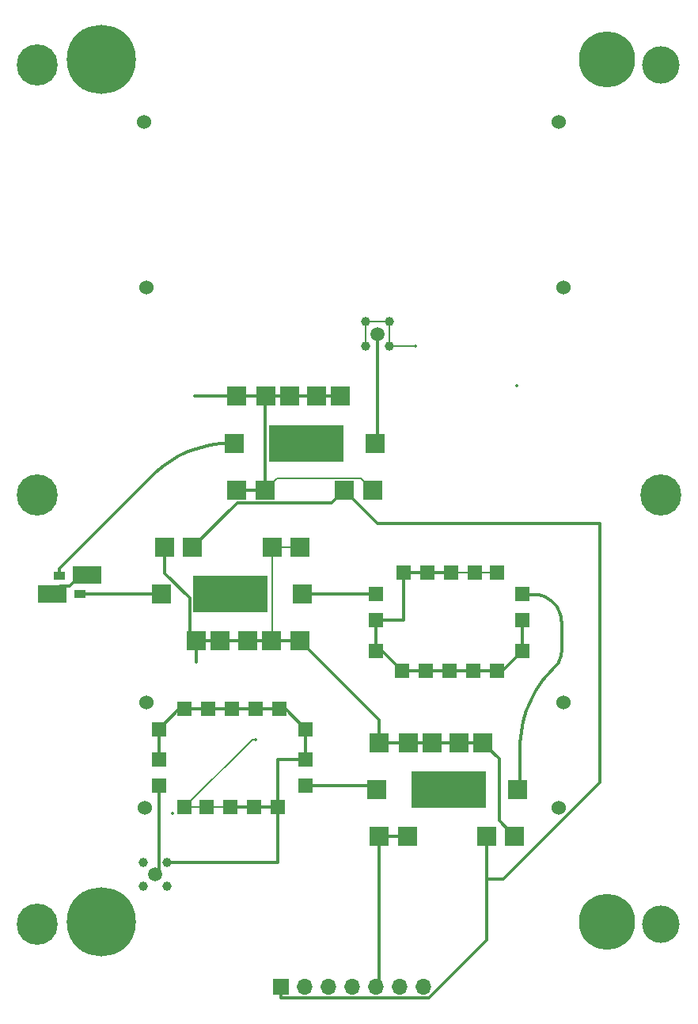
<source format=gbl>
%TF.GenerationSoftware,KiCad,Pcbnew,(6.0.4-0)*%
%TF.CreationDate,2022-04-21T11:02:12-05:00*%
%TF.ProjectId,payload_board,7061796c-6f61-4645-9f62-6f6172642e6b,3*%
%TF.SameCoordinates,Original*%
%TF.FileFunction,Copper,L4,Bot*%
%TF.FilePolarity,Positive*%
%FSLAX46Y46*%
G04 Gerber Fmt 4.6, Leading zero omitted, Abs format (unit mm)*
G04 Created by KiCad (PCBNEW (6.0.4-0)) date 2022-04-21 11:02:12*
%MOMM*%
%LPD*%
G01*
G04 APERTURE LIST*
%TA.AperFunction,ComponentPad*%
%ADD10C,1.524000*%
%TD*%
%TA.AperFunction,ComponentPad*%
%ADD11C,4.400000*%
%TD*%
%TA.AperFunction,ComponentPad*%
%ADD12C,4.000000*%
%TD*%
%TA.AperFunction,ComponentPad*%
%ADD13C,7.400000*%
%TD*%
%TA.AperFunction,ComponentPad*%
%ADD14C,6.000000*%
%TD*%
%TA.AperFunction,ComponentPad*%
%ADD15R,1.700000X1.700000*%
%TD*%
%TA.AperFunction,ComponentPad*%
%ADD16O,1.700000X1.700000*%
%TD*%
%TA.AperFunction,SMDPad,CuDef*%
%ADD17R,1.524000X1.524000*%
%TD*%
%TA.AperFunction,SMDPad,CuDef*%
%ADD18R,2.000000X2.000000*%
%TD*%
%TA.AperFunction,SMDPad,CuDef*%
%ADD19R,8.000000X4.000000*%
%TD*%
%TA.AperFunction,ComponentPad*%
%ADD20C,0.808000*%
%TD*%
%TA.AperFunction,SMDPad,CuDef*%
%ADD21R,1.295400X0.889000*%
%TD*%
%TA.AperFunction,SMDPad,CuDef*%
%ADD22R,3.048000X1.879600*%
%TD*%
%TA.AperFunction,SMDPad,CuDef*%
%ADD23R,1.295400X1.193800*%
%TD*%
%TA.AperFunction,ComponentPad*%
%ADD24C,1.500000*%
%TD*%
%TA.AperFunction,ComponentPad*%
%ADD25C,1.000000*%
%TD*%
%TA.AperFunction,ViaPad*%
%ADD26C,0.355600*%
%TD*%
%TA.AperFunction,Conductor*%
%ADD27C,0.355526*%
%TD*%
%TA.AperFunction,Conductor*%
%ADD28C,0.177800*%
%TD*%
G04 APERTURE END LIST*
D10*
X110465000Y-122769200D03*
X110465000Y-78420800D03*
X65815000Y-122769200D03*
X65815000Y-78420800D03*
X65570800Y-60655000D03*
X109919200Y-60655000D03*
D11*
X54130000Y-54630000D03*
D12*
X120870000Y-54630000D03*
D11*
X54130000Y-100560000D03*
D12*
X120870000Y-146480000D03*
D13*
X60970000Y-53960000D03*
D14*
X115120000Y-53960000D03*
X115120000Y-146160000D03*
D15*
X80210000Y-153130000D03*
D16*
X82750000Y-153130000D03*
X85290000Y-153130000D03*
X87830000Y-153130000D03*
X90370000Y-153130000D03*
X92910000Y-153130000D03*
X95450000Y-153130000D03*
D10*
X65605800Y-134020000D03*
X109954200Y-134020000D03*
D13*
X60970000Y-146160000D03*
D11*
X120870000Y-100560000D03*
X54130000Y-146480000D03*
D17*
X67140000Y-131670000D03*
X67140000Y-128880000D03*
X67140000Y-125600000D03*
X69870000Y-123450000D03*
X72410000Y-123450000D03*
X74950000Y-123450000D03*
X77490000Y-123450000D03*
X80030000Y-123450000D03*
X82860000Y-125600000D03*
X82860000Y-128880000D03*
X82860000Y-131670000D03*
X79840000Y-133960000D03*
X77300000Y-133960000D03*
X74760000Y-133960000D03*
X72220000Y-133960000D03*
X69870000Y-133960000D03*
D18*
X93820000Y-127040000D03*
X96370000Y-127040000D03*
X99270000Y-127040000D03*
X101820000Y-127040000D03*
X105530000Y-132070000D03*
X105220000Y-137040000D03*
X102220000Y-137040000D03*
X93720000Y-137040000D03*
X90720000Y-137040000D03*
X90470000Y-132060000D03*
X90720000Y-127040000D03*
D19*
X98170000Y-132060000D03*
D17*
X106060000Y-111150000D03*
X106060000Y-113940000D03*
X106060000Y-117220000D03*
X103330000Y-119370000D03*
X100790000Y-119370000D03*
X98250000Y-119370000D03*
X95710000Y-119370000D03*
X93170000Y-119370000D03*
X90340000Y-117220000D03*
X90340000Y-113940000D03*
X90340000Y-111150000D03*
X93360000Y-108860000D03*
X95900000Y-108860000D03*
X98440000Y-108860000D03*
X100980000Y-108860000D03*
X103330000Y-108860000D03*
D18*
X79160000Y-116140000D03*
X76610000Y-116140000D03*
X73710000Y-116140000D03*
X71160000Y-116140000D03*
X67450000Y-111110000D03*
X67760000Y-106140000D03*
X70760000Y-106140000D03*
X79260000Y-106140000D03*
X82260000Y-106140000D03*
X82510000Y-111120000D03*
X82260000Y-116140000D03*
D19*
X74810000Y-111120000D03*
D20*
X60528300Y-108617900D03*
D21*
X58712200Y-109227500D03*
D20*
X60528300Y-109532300D03*
D22*
X59436100Y-109075100D03*
D21*
X56502400Y-109227500D03*
D20*
X54686300Y-110700700D03*
D22*
X55778500Y-111157900D03*
D20*
X54686300Y-111615100D03*
D23*
X56502400Y-110929300D03*
D21*
X58712200Y-111132500D03*
D18*
X78590000Y-90020000D03*
X81140000Y-90020000D03*
X84040000Y-90020000D03*
X86590000Y-90020000D03*
X90300000Y-95050000D03*
X89990000Y-100020000D03*
X86990000Y-100020000D03*
X78490000Y-100020000D03*
X75490000Y-100020000D03*
X75240000Y-95040000D03*
X75490000Y-90020000D03*
D19*
X82940000Y-95040000D03*
D24*
X66730000Y-141150000D03*
D25*
X65450000Y-142430000D03*
X65450000Y-139870000D03*
X68010000Y-142430000D03*
X68010000Y-139870000D03*
D24*
X90560000Y-83340000D03*
D25*
X91840000Y-84620000D03*
X89280000Y-82060000D03*
X91840000Y-82060000D03*
X89280000Y-84620000D03*
D26*
X68580000Y-134620000D03*
X71020000Y-90020000D03*
X105410000Y-88900000D03*
X71160000Y-118440000D03*
X77490000Y-126700000D03*
X94620000Y-84620000D03*
X93360000Y-113910000D03*
D27*
X80030000Y-123450000D02*
X80710000Y-123450000D01*
X80710000Y-123450000D02*
X82860000Y-125600000D01*
X95710000Y-119370000D02*
X93170000Y-119370000D01*
X98250000Y-119370000D02*
X95710000Y-119370000D01*
D28*
X100980000Y-108860000D02*
X98440000Y-108860000D01*
X103330000Y-108860000D02*
X100980000Y-108860000D01*
X72220000Y-133960000D02*
X74760000Y-133960000D01*
X69870000Y-133960000D02*
X72220000Y-133960000D01*
D27*
X77490000Y-123450000D02*
X80030000Y-123450000D01*
X74950000Y-123450000D02*
X77490000Y-123450000D01*
X108896710Y-111715591D02*
X108644190Y-111564236D01*
X109724408Y-112543289D02*
X109549031Y-112306820D01*
X108378050Y-111438361D02*
X108100854Y-111339178D01*
X109823130Y-118571264D02*
X109886525Y-118471153D01*
X110230000Y-117230000D02*
X110230000Y-114210000D01*
X110157648Y-117816605D02*
X110183610Y-117700989D01*
X106938951Y-122518953D02*
X107205335Y-121989738D01*
X109133179Y-111890968D02*
X108896710Y-111715591D01*
X109944931Y-118368051D02*
X109998208Y-118262208D01*
X109351320Y-112088679D02*
X109133179Y-111890968D01*
X106299775Y-124175954D02*
X106485625Y-123613379D01*
X107815270Y-111267644D02*
X107524051Y-111224445D01*
X108520005Y-120022195D02*
X108906995Y-119573566D01*
X107814341Y-120973674D02*
X108155494Y-120489273D01*
X106011941Y-125325051D02*
X106141754Y-124746969D01*
X110218373Y-117466634D02*
X110227091Y-117348459D01*
X107205335Y-121989738D02*
X107497366Y-121474230D01*
X110215554Y-113915948D02*
X110172355Y-113624729D01*
X109886525Y-118471153D02*
X109944931Y-118368051D01*
X110227091Y-117348459D02*
X110230000Y-117230000D01*
X106698854Y-123060602D02*
X106938951Y-122518953D01*
X107497366Y-121474230D02*
X107814341Y-120973674D01*
X109875763Y-112795809D02*
X109724408Y-112543289D01*
X105780000Y-127680000D02*
X105794539Y-127087700D01*
X110183610Y-117700989D02*
X110203868Y-117584238D01*
X105794539Y-127087700D02*
X105838125Y-126496828D01*
X110172355Y-113624729D02*
X110100821Y-113339145D01*
X105838125Y-126496828D02*
X105910650Y-125908806D01*
X109522892Y-118937106D02*
X109604599Y-118851285D01*
X106485625Y-123613379D02*
X106698854Y-123060602D01*
X109998208Y-118262208D02*
X110046227Y-118153879D01*
X110230000Y-114210000D02*
X110215554Y-113915948D01*
X108155494Y-120489273D02*
X108520005Y-120022195D01*
X110001638Y-113061949D02*
X109875763Y-112795809D01*
X109522892Y-118937106D02*
X109315533Y-119144466D01*
X106141754Y-124746969D02*
X106299775Y-124175954D01*
X109549031Y-112306820D02*
X109351320Y-112088679D01*
X110046227Y-118153879D02*
X110088873Y-118043323D01*
X110088873Y-118043323D02*
X110126043Y-117930808D01*
X108100854Y-111339178D02*
X107815270Y-111267644D01*
X110100821Y-113339145D02*
X110001638Y-113061949D01*
X106120000Y-111210000D02*
X106060000Y-111150000D01*
X107524051Y-111224445D02*
X107230000Y-111210000D01*
X105910650Y-125908806D02*
X106011941Y-125325051D01*
X110203868Y-117584238D02*
X110218373Y-117466634D01*
X110126043Y-117930808D02*
X110157648Y-117816605D01*
X105780000Y-127680000D02*
X105780000Y-132050000D01*
X109681997Y-118761559D02*
X109754899Y-118668144D01*
X108906995Y-119573566D02*
X109315533Y-119144466D01*
X109754899Y-118668144D02*
X109823130Y-118571264D01*
X108644190Y-111564236D02*
X108378050Y-111438361D01*
X107230000Y-111210000D02*
X106120000Y-111210000D01*
X109604599Y-118851285D02*
X109681997Y-118761559D01*
X90340000Y-111150000D02*
X82270000Y-111150000D01*
X58714700Y-111130000D02*
X58712200Y-111132500D01*
X67200000Y-111130000D02*
X58714700Y-111130000D01*
X73138680Y-95150650D02*
X72554925Y-95251941D01*
X72554925Y-95251941D02*
X71976843Y-95381754D01*
X67719147Y-97395494D02*
X67252069Y-97760005D01*
X74909874Y-95020000D02*
X75490000Y-95020000D01*
X74909874Y-95020000D02*
X74317574Y-95034539D01*
X71976843Y-95381754D02*
X71405828Y-95539775D01*
X68203548Y-97054341D02*
X67719147Y-97395494D01*
X74317574Y-95034539D02*
X73726702Y-95078125D01*
X56502400Y-109227500D02*
X56502400Y-108427474D01*
X70843253Y-95725625D02*
X70290476Y-95938854D01*
X68704104Y-96737366D02*
X68203548Y-97054341D01*
X69748827Y-96178951D02*
X69219612Y-96445335D01*
X69219612Y-96445335D02*
X68704104Y-96737366D01*
X71405828Y-95539775D02*
X70843253Y-95725625D01*
X73726702Y-95078125D02*
X73138680Y-95150650D01*
X66374340Y-98555533D02*
X56502400Y-108427474D01*
X67252069Y-97760005D02*
X66803440Y-98146995D01*
X66803440Y-98146995D02*
X66374340Y-98555533D01*
X70290476Y-95938854D02*
X69748827Y-96178951D01*
X70454436Y-111604436D02*
X70454436Y-115434436D01*
X79160000Y-116140000D02*
X76610000Y-116140000D01*
X99270000Y-127040000D02*
X96370000Y-127040000D01*
X101820000Y-127040000D02*
X99270000Y-127040000D01*
X78490000Y-90120000D02*
X78590000Y-90020000D01*
X67760000Y-106140000D02*
X67760000Y-108910000D01*
X86590000Y-90020000D02*
X84040000Y-90020000D01*
X79160000Y-116140000D02*
X82260000Y-116140000D01*
X75490000Y-100020000D02*
X78490000Y-100020000D01*
X78490000Y-100020000D02*
X78490000Y-90120000D01*
X93820000Y-127040000D02*
X90720000Y-127040000D01*
X67760000Y-108910000D02*
X70454436Y-111604436D01*
X103550000Y-135370000D02*
X103550000Y-128770000D01*
D28*
X79260000Y-106140000D02*
X79260000Y-116040000D01*
D27*
X101820000Y-127040000D02*
X103550000Y-128770000D01*
X93720000Y-137040000D02*
X90720000Y-137040000D01*
X90720000Y-124600000D02*
X82260000Y-116140000D01*
X78590000Y-90020000D02*
X75490000Y-90020000D01*
D28*
X79756701Y-98753299D02*
X78490000Y-100020000D01*
D27*
X76610000Y-116140000D02*
X73710000Y-116140000D01*
X81140000Y-90020000D02*
X78590000Y-90020000D01*
X90720000Y-152780000D02*
X90370000Y-153130000D01*
D28*
X79260000Y-116040000D02*
X79160000Y-116140000D01*
X82260000Y-106140000D02*
X79260000Y-106140000D01*
X88723299Y-98753299D02*
X79756701Y-98753299D01*
D27*
X105220000Y-137040000D02*
X103550000Y-135370000D01*
X73710000Y-116140000D02*
X71160000Y-116140000D01*
X84040000Y-90020000D02*
X81140000Y-90020000D01*
X90720000Y-127040000D02*
X90720000Y-124600000D01*
X71160000Y-116140000D02*
X71160000Y-118440000D01*
X96370000Y-127040000D02*
X93820000Y-127040000D01*
X90720000Y-137040000D02*
X90720000Y-152780000D01*
X70454436Y-115434436D02*
X71160000Y-116140000D01*
D28*
X89990000Y-100020000D02*
X88723299Y-98753299D01*
D27*
X75490000Y-90020000D02*
X71020000Y-90020000D01*
X75524436Y-101375564D02*
X70760000Y-106140000D01*
X80210038Y-154335564D02*
X96028672Y-154335564D01*
X114360000Y-103570000D02*
X90540000Y-103570000D01*
X86990000Y-100020000D02*
X85634436Y-101375564D01*
X96028672Y-154335564D02*
X102220000Y-148144236D01*
X80210000Y-154335526D02*
X80210038Y-154335564D01*
X102220000Y-141630000D02*
X102220000Y-137040000D01*
X85634436Y-101375564D02*
X75524436Y-101375564D01*
X103998196Y-141630000D02*
X114360000Y-131268196D01*
X80210000Y-153130000D02*
X80210000Y-154335526D01*
X114360000Y-131268196D02*
X114360000Y-103570000D01*
X102220000Y-141630000D02*
X103998196Y-141630000D01*
X90540000Y-103570000D02*
X86990000Y-100020000D01*
X102220000Y-148144236D02*
X102220000Y-141630000D01*
X90550000Y-83350000D02*
X90560000Y-83340000D01*
X90550000Y-95030000D02*
X90550000Y-83350000D01*
X79840000Y-128880000D02*
X82860000Y-128880000D01*
X67140000Y-125600000D02*
X67140000Y-128880000D01*
X79840000Y-133960000D02*
X79840000Y-139840000D01*
X79840000Y-133960000D02*
X79840000Y-128880000D01*
D28*
X77130000Y-126700000D02*
X77490000Y-126700000D01*
D27*
X90340000Y-113940000D02*
X90340000Y-117220000D01*
X82860000Y-128880000D02*
X82860000Y-125600000D01*
D28*
X69870000Y-133960000D02*
X77130000Y-126700000D01*
D27*
X55778500Y-111157900D02*
X56603964Y-110332436D01*
X69870000Y-123450000D02*
X69290000Y-123450000D01*
X79810000Y-139870000D02*
X68010000Y-139870000D01*
X77300000Y-133960000D02*
X79840000Y-133960000D01*
X90340000Y-117220000D02*
X91020000Y-117220000D01*
X103330000Y-119370000D02*
X103910000Y-119370000D01*
X93360000Y-108860000D02*
X93360000Y-113910000D01*
X98250000Y-119370000D02*
X100790000Y-119370000D01*
X91000000Y-116910000D02*
X90820000Y-116730000D01*
X100790000Y-119370000D02*
X103330000Y-119370000D01*
D28*
X89280000Y-82060000D02*
X89280000Y-84620000D01*
X91840000Y-84620000D02*
X94620000Y-84620000D01*
D27*
X57607264Y-110332436D02*
X58712200Y-109227500D01*
X72410000Y-123450000D02*
X69870000Y-123450000D01*
X103910000Y-119370000D02*
X106060000Y-117220000D01*
X69290000Y-123450000D02*
X67140000Y-125600000D01*
X95900000Y-108860000D02*
X93360000Y-108860000D01*
X56603964Y-110332436D02*
X57607264Y-110332436D01*
X106060000Y-117220000D02*
X106060000Y-113940000D01*
X93330000Y-113940000D02*
X93360000Y-113910000D01*
X98440000Y-108860000D02*
X95900000Y-108860000D01*
X91020000Y-117220000D02*
X93170000Y-119370000D01*
X74760000Y-133960000D02*
X77300000Y-133960000D01*
X74950000Y-123450000D02*
X72410000Y-123450000D01*
X79840000Y-139840000D02*
X79810000Y-139870000D01*
D28*
X91840000Y-84620000D02*
X91840000Y-82060000D01*
D27*
X90340000Y-113940000D02*
X93330000Y-113940000D01*
D28*
X91840000Y-82060000D02*
X89280000Y-82060000D01*
D27*
X67140000Y-140740000D02*
X66730000Y-141150000D01*
X67140000Y-131670000D02*
X67140000Y-140740000D01*
X90350000Y-131670000D02*
X90720000Y-132040000D01*
X82860000Y-131670000D02*
X90350000Y-131670000D01*
M02*

</source>
